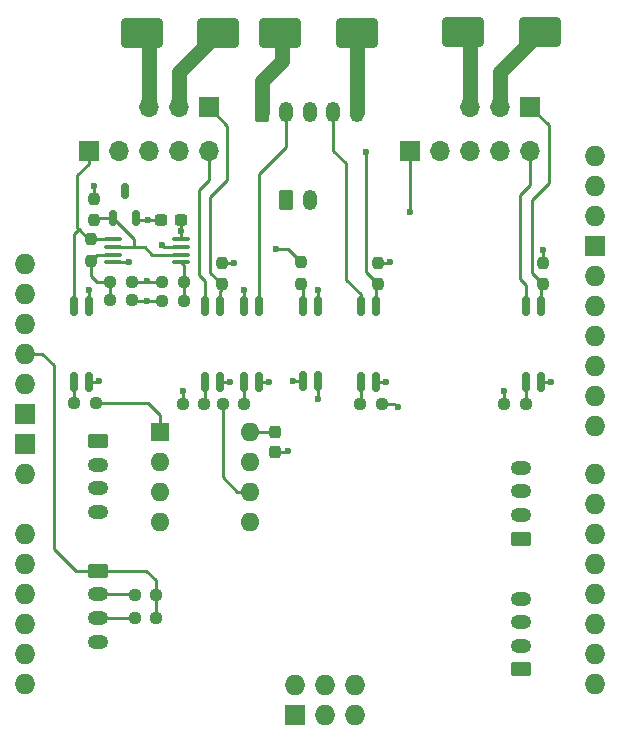
<source format=gtl>
G04 #@! TF.GenerationSoftware,KiCad,Pcbnew,7.0.0*
G04 #@! TF.CreationDate,2023-03-01T21:53:21-08:00*
G04 #@! TF.ProjectId,KYBERNETES-CHASSIS-SHIELD,4b594245-524e-4455-9445-532d43484153,rev?*
G04 #@! TF.SameCoordinates,Original*
G04 #@! TF.FileFunction,Copper,L1,Top*
G04 #@! TF.FilePolarity,Positive*
%FSLAX46Y46*%
G04 Gerber Fmt 4.6, Leading zero omitted, Abs format (unit mm)*
G04 Created by KiCad (PCBNEW 7.0.0) date 2023-03-01 21:53:21*
%MOMM*%
%LPD*%
G01*
G04 APERTURE LIST*
G04 Aperture macros list*
%AMRoundRect*
0 Rectangle with rounded corners*
0 $1 Rounding radius*
0 $2 $3 $4 $5 $6 $7 $8 $9 X,Y pos of 4 corners*
0 Add a 4 corners polygon primitive as box body*
4,1,4,$2,$3,$4,$5,$6,$7,$8,$9,$2,$3,0*
0 Add four circle primitives for the rounded corners*
1,1,$1+$1,$2,$3*
1,1,$1+$1,$4,$5*
1,1,$1+$1,$6,$7*
1,1,$1+$1,$8,$9*
0 Add four rect primitives between the rounded corners*
20,1,$1+$1,$2,$3,$4,$5,0*
20,1,$1+$1,$4,$5,$6,$7,0*
20,1,$1+$1,$6,$7,$8,$9,0*
20,1,$1+$1,$8,$9,$2,$3,0*%
G04 Aperture macros list end*
G04 #@! TA.AperFunction,SMDPad,CuDef*
%ADD10RoundRect,0.150000X0.150000X-0.662500X0.150000X0.662500X-0.150000X0.662500X-0.150000X-0.662500X0*%
G04 #@! TD*
G04 #@! TA.AperFunction,SMDPad,CuDef*
%ADD11RoundRect,0.237500X0.250000X0.237500X-0.250000X0.237500X-0.250000X-0.237500X0.250000X-0.237500X0*%
G04 #@! TD*
G04 #@! TA.AperFunction,SMDPad,CuDef*
%ADD12RoundRect,0.237500X-0.250000X-0.237500X0.250000X-0.237500X0.250000X0.237500X-0.250000X0.237500X0*%
G04 #@! TD*
G04 #@! TA.AperFunction,SMDPad,CuDef*
%ADD13RoundRect,0.237500X-0.237500X0.250000X-0.237500X-0.250000X0.237500X-0.250000X0.237500X0.250000X0*%
G04 #@! TD*
G04 #@! TA.AperFunction,SMDPad,CuDef*
%ADD14RoundRect,0.237500X0.237500X-0.250000X0.237500X0.250000X-0.237500X0.250000X-0.237500X-0.250000X0*%
G04 #@! TD*
G04 #@! TA.AperFunction,SMDPad,CuDef*
%ADD15RoundRect,0.250000X1.500000X1.000000X-1.500000X1.000000X-1.500000X-1.000000X1.500000X-1.000000X0*%
G04 #@! TD*
G04 #@! TA.AperFunction,SMDPad,CuDef*
%ADD16RoundRect,0.237500X-0.237500X0.300000X-0.237500X-0.300000X0.237500X-0.300000X0.237500X0.300000X0*%
G04 #@! TD*
G04 #@! TA.AperFunction,ComponentPad*
%ADD17R,1.600000X1.600000*%
G04 #@! TD*
G04 #@! TA.AperFunction,ComponentPad*
%ADD18O,1.600000X1.600000*%
G04 #@! TD*
G04 #@! TA.AperFunction,ComponentPad*
%ADD19R,1.700000X1.700000*%
G04 #@! TD*
G04 #@! TA.AperFunction,ComponentPad*
%ADD20O,1.700000X1.700000*%
G04 #@! TD*
G04 #@! TA.AperFunction,ComponentPad*
%ADD21RoundRect,0.250000X0.625000X-0.350000X0.625000X0.350000X-0.625000X0.350000X-0.625000X-0.350000X0*%
G04 #@! TD*
G04 #@! TA.AperFunction,ComponentPad*
%ADD22O,1.750000X1.200000*%
G04 #@! TD*
G04 #@! TA.AperFunction,SMDPad,CuDef*
%ADD23RoundRect,0.150000X-0.150000X0.662500X-0.150000X-0.662500X0.150000X-0.662500X0.150000X0.662500X0*%
G04 #@! TD*
G04 #@! TA.AperFunction,SMDPad,CuDef*
%ADD24RoundRect,0.237500X0.300000X0.237500X-0.300000X0.237500X-0.300000X-0.237500X0.300000X-0.237500X0*%
G04 #@! TD*
G04 #@! TA.AperFunction,ComponentPad*
%ADD25RoundRect,0.250000X-0.625000X0.350000X-0.625000X-0.350000X0.625000X-0.350000X0.625000X0.350000X0*%
G04 #@! TD*
G04 #@! TA.AperFunction,ComponentPad*
%ADD26O,1.727200X1.727200*%
G04 #@! TD*
G04 #@! TA.AperFunction,ComponentPad*
%ADD27R,1.727200X1.727200*%
G04 #@! TD*
G04 #@! TA.AperFunction,SMDPad,CuDef*
%ADD28RoundRect,0.250000X-1.500000X-1.000000X1.500000X-1.000000X1.500000X1.000000X-1.500000X1.000000X0*%
G04 #@! TD*
G04 #@! TA.AperFunction,ComponentPad*
%ADD29RoundRect,0.250000X-0.350000X-0.625000X0.350000X-0.625000X0.350000X0.625000X-0.350000X0.625000X0*%
G04 #@! TD*
G04 #@! TA.AperFunction,ComponentPad*
%ADD30O,1.200000X1.750000*%
G04 #@! TD*
G04 #@! TA.AperFunction,SMDPad,CuDef*
%ADD31RoundRect,0.150000X0.150000X-0.512500X0.150000X0.512500X-0.150000X0.512500X-0.150000X-0.512500X0*%
G04 #@! TD*
G04 #@! TA.AperFunction,SMDPad,CuDef*
%ADD32RoundRect,0.100000X-0.637500X-0.100000X0.637500X-0.100000X0.637500X0.100000X-0.637500X0.100000X0*%
G04 #@! TD*
G04 #@! TA.AperFunction,ViaPad*
%ADD33C,0.600000*%
G04 #@! TD*
G04 #@! TA.AperFunction,Conductor*
%ADD34C,0.254000*%
G04 #@! TD*
G04 #@! TA.AperFunction,Conductor*
%ADD35C,1.270000*%
G04 #@! TD*
G04 APERTURE END LIST*
D10*
X146205000Y-100812500D03*
X147475000Y-100812500D03*
X147475000Y-94437500D03*
X146205000Y-94437500D03*
D11*
X157900000Y-102675000D03*
X156075000Y-102675000D03*
D12*
X168250000Y-102675000D03*
X170075000Y-102675000D03*
D13*
X133550000Y-85325000D03*
X133550000Y-87150000D03*
D11*
X141125000Y-92375000D03*
X139300000Y-92375000D03*
D12*
X144400000Y-102675000D03*
X146225000Y-102675000D03*
D11*
X138775000Y-118850000D03*
X136950000Y-118850000D03*
D14*
X133300000Y-90565000D03*
X133300000Y-88740000D03*
D15*
X171270000Y-71240000D03*
X164770000Y-71240000D03*
D16*
X148850000Y-105060000D03*
X148850000Y-106785000D03*
D17*
X139129999Y-105054999D03*
D18*
X139129999Y-107594999D03*
X139129999Y-110134999D03*
X139129999Y-112674999D03*
X146749999Y-112674999D03*
X146749999Y-110134999D03*
X146749999Y-107594999D03*
X146749999Y-105054999D03*
D19*
X143249999Y-77575118D03*
D20*
X140709999Y-77575118D03*
X138169999Y-77575118D03*
D11*
X136700000Y-93925000D03*
X134875000Y-93925000D03*
D21*
X169650000Y-114100000D03*
D22*
X169649999Y-112099999D03*
X169649999Y-110099999D03*
X169649999Y-108099999D03*
D21*
X169650000Y-125175000D03*
D22*
X169649999Y-123174999D03*
X169649999Y-121174999D03*
X169649999Y-119174999D03*
D23*
X152475000Y-94412500D03*
X151205000Y-94412500D03*
X151205000Y-100787500D03*
X152475000Y-100787500D03*
D10*
X131855000Y-100812500D03*
X133125000Y-100812500D03*
X133125000Y-94437500D03*
X131855000Y-94437500D03*
D24*
X140875000Y-87150000D03*
X139150000Y-87150000D03*
D25*
X133875000Y-116825000D03*
D22*
X133874999Y-118824999D03*
X133874999Y-120824999D03*
X133874999Y-122824999D03*
D26*
X127669999Y-90819880D03*
X127669999Y-98439880D03*
X127669999Y-100979880D03*
X155609999Y-129046880D03*
X127669999Y-113679880D03*
X127669999Y-116219880D03*
X127669999Y-118759880D03*
X127669999Y-121299880D03*
X127669999Y-123839880D03*
X127669999Y-126379880D03*
X175929999Y-86755880D03*
X175929999Y-126379880D03*
X175929999Y-123839880D03*
X175929999Y-121299880D03*
X175929999Y-118759880D03*
X175929999Y-116219880D03*
X175929999Y-113679880D03*
X175929999Y-111139880D03*
X175929999Y-108599880D03*
X175929999Y-104535880D03*
X175929999Y-101995880D03*
X175929999Y-99455880D03*
X175929999Y-96915880D03*
X175929999Y-94375880D03*
X175929999Y-91835880D03*
D27*
X175929999Y-89295880D03*
X127669999Y-103519880D03*
X127669999Y-106059880D03*
X150529999Y-129046880D03*
D26*
X127669999Y-93359880D03*
X155609999Y-126506880D03*
X153069999Y-129046880D03*
X127669999Y-95899880D03*
X150529999Y-126506880D03*
X153069999Y-126506880D03*
X175929999Y-81675880D03*
X175929999Y-84215880D03*
X127669999Y-108599880D03*
D28*
X149280000Y-71280000D03*
X155780000Y-71280000D03*
D11*
X138775000Y-120825000D03*
X136950000Y-120825000D03*
D12*
X139300000Y-93950000D03*
X141125000Y-93950000D03*
D29*
X147775000Y-77950000D03*
D30*
X149774999Y-77949999D03*
X151774999Y-77949999D03*
X153774999Y-77949999D03*
X155774999Y-77949999D03*
D10*
X156080000Y-100812500D03*
X157350000Y-100812500D03*
X157350000Y-94437500D03*
X156080000Y-94437500D03*
D29*
X149775000Y-85450000D03*
D30*
X151774999Y-85449999D03*
D19*
X133089999Y-81275118D03*
D20*
X135629999Y-81275118D03*
X138169999Y-81275118D03*
X140709999Y-81275118D03*
X143249999Y-81275118D03*
D14*
X144325000Y-92562500D03*
X144325000Y-90737500D03*
D31*
X135150000Y-86975000D03*
X137050000Y-86975000D03*
X136100000Y-84700000D03*
D19*
X160309999Y-81250118D03*
D20*
X162849999Y-81250118D03*
X165389999Y-81250118D03*
X167929999Y-81250118D03*
X170469999Y-81250118D03*
D15*
X144050000Y-71290000D03*
X137550000Y-71290000D03*
D32*
X135137500Y-88775000D03*
X135137500Y-89425000D03*
X135137500Y-90075000D03*
X135137500Y-90725000D03*
X140862500Y-90725000D03*
X140862500Y-90075000D03*
X140862500Y-89425000D03*
X140862500Y-88775000D03*
D11*
X133675000Y-102650000D03*
X131850000Y-102650000D03*
D14*
X171525000Y-92562500D03*
X171525000Y-90737500D03*
D12*
X141025000Y-102675000D03*
X142850000Y-102675000D03*
X134875000Y-92350000D03*
X136700000Y-92350000D03*
D10*
X142880000Y-100812500D03*
X144150000Y-100812500D03*
X144150000Y-94437500D03*
X142880000Y-94437500D03*
D25*
X133875000Y-105860000D03*
D22*
X133874999Y-107859999D03*
X133874999Y-109859999D03*
X133874999Y-111859999D03*
D10*
X170080000Y-100812500D03*
X171350000Y-100812500D03*
X171350000Y-94437500D03*
X170080000Y-94437500D03*
D19*
X170464999Y-77550118D03*
D20*
X167924999Y-77550118D03*
X165384999Y-77550118D03*
D13*
X151025000Y-90725000D03*
X151025000Y-92550000D03*
D14*
X157530000Y-92562500D03*
X157530000Y-90737500D03*
D33*
X160300000Y-86430000D03*
X138025000Y-93950000D03*
X146200000Y-93050000D03*
X140875000Y-88100000D03*
X152475000Y-93050000D03*
X133550000Y-84275000D03*
X133125000Y-93075000D03*
X158600000Y-90725000D03*
X136440000Y-90720000D03*
X145375000Y-90750000D03*
X171525000Y-89650000D03*
X138050000Y-87150000D03*
X138025000Y-92325000D03*
X156521250Y-81371250D03*
X139250000Y-89250000D03*
X148900000Y-89600000D03*
X149900000Y-106675000D03*
X145050000Y-100825000D03*
X158200000Y-100825000D03*
X133975000Y-100800000D03*
X150325000Y-100800000D03*
X172225000Y-100825000D03*
X148325000Y-100825000D03*
X152475000Y-102300000D03*
X159250000Y-102975000D03*
X141025000Y-101625000D03*
X168250000Y-101625000D03*
D34*
X146750000Y-105055000D02*
X148845000Y-105055000D01*
X130125000Y-114975000D02*
X130125000Y-99425000D01*
X138775000Y-117650000D02*
X138775000Y-118850000D01*
X129139881Y-98439881D02*
X127670000Y-98439881D01*
X133875000Y-116825000D02*
X131975000Y-116825000D01*
X130125000Y-99425000D02*
X129139881Y-98439881D01*
X138775000Y-120825000D02*
X138775000Y-118850000D01*
X131975000Y-116825000D02*
X130125000Y-114975000D01*
X137950000Y-116825000D02*
X138775000Y-117650000D01*
X133875000Y-116825000D02*
X137950000Y-116825000D01*
X133875000Y-118825000D02*
X136925000Y-118825000D01*
X133875000Y-120825000D02*
X136950000Y-120825000D01*
X156080000Y-93430000D02*
X154862500Y-92212500D01*
X154862500Y-82337500D02*
X153775000Y-81250000D01*
X153775000Y-81250000D02*
X153775000Y-77950000D01*
X154862500Y-92212500D02*
X154862500Y-82337500D01*
X156080000Y-94437500D02*
X156080000Y-93430000D01*
X160300000Y-86430000D02*
X160310000Y-86420000D01*
X160310000Y-86420000D02*
X160310000Y-81250119D01*
X132100000Y-83350000D02*
X132100000Y-87800000D01*
X132015000Y-88125000D02*
X132220000Y-87920000D01*
X133090000Y-81275119D02*
X133090000Y-82360000D01*
X131855000Y-88285000D02*
X132015000Y-88125000D01*
X131850000Y-88290000D02*
X132015000Y-88125000D01*
X135137500Y-88775000D02*
X133335000Y-88775000D01*
X131855000Y-94437500D02*
X131855000Y-88285000D01*
X133335000Y-88775000D02*
X133300000Y-88740000D01*
X133090000Y-82360000D02*
X132100000Y-83350000D01*
X132220000Y-87920000D02*
X133040000Y-88740000D01*
X133040000Y-88740000D02*
X133300000Y-88740000D01*
X132100000Y-87800000D02*
X132220000Y-87920000D01*
X146750000Y-110135000D02*
X146740000Y-110125000D01*
X144400000Y-108925000D02*
X144400000Y-102675000D01*
X146740000Y-110125000D02*
X145600000Y-110125000D01*
X145600000Y-110125000D02*
X144400000Y-108925000D01*
X139130000Y-103655000D02*
X138125000Y-102650000D01*
X138125000Y-102650000D02*
X133675000Y-102650000D01*
X139130000Y-105055000D02*
X139130000Y-103655000D01*
D35*
X147785000Y-75395000D02*
X147785000Y-75305000D01*
X147785000Y-75305000D02*
X149390000Y-73700000D01*
D34*
X146205000Y-93055000D02*
X146200000Y-93050000D01*
D35*
X147775000Y-77950000D02*
X147775000Y-75395000D01*
D34*
X146205000Y-94437500D02*
X146205000Y-93055000D01*
D35*
X149390000Y-73700000D02*
X149390000Y-71390000D01*
D34*
X136725000Y-93950000D02*
X136700000Y-93925000D01*
D35*
X147775000Y-75395000D02*
X147785000Y-75395000D01*
D34*
X138025000Y-93950000D02*
X136725000Y-93950000D01*
X139300000Y-93950000D02*
X138025000Y-93950000D01*
X152475000Y-94412500D02*
X152475000Y-93050000D01*
X133550000Y-85325000D02*
X133550000Y-84275000D01*
X140875000Y-88762500D02*
X140862500Y-88775000D01*
X140875000Y-88100000D02*
X140875000Y-88762500D01*
X140875000Y-87150000D02*
X140875000Y-88100000D01*
D35*
X149390000Y-71390000D02*
X149280000Y-71280000D01*
X155775000Y-71285000D02*
X155780000Y-71280000D01*
D34*
X138050000Y-87150000D02*
X137225000Y-87150000D01*
X138025000Y-92325000D02*
X138050000Y-92350000D01*
X136700000Y-92350000D02*
X138000000Y-92350000D01*
X136435000Y-90725000D02*
X136440000Y-90720000D01*
X139150000Y-87150000D02*
X138050000Y-87150000D01*
X137225000Y-87150000D02*
X137050000Y-86975000D01*
X133125000Y-94437500D02*
X133125000Y-93075000D01*
X171525000Y-90737500D02*
X171525000Y-89650000D01*
X138000000Y-92350000D02*
X138025000Y-92325000D01*
X135137500Y-90725000D02*
X136435000Y-90725000D01*
D35*
X138170000Y-71910000D02*
X137550000Y-71290000D01*
X165385000Y-77550119D02*
X165385000Y-71855000D01*
D34*
X144325000Y-90737500D02*
X145362500Y-90737500D01*
X157530000Y-90737500D02*
X158587500Y-90737500D01*
X158587500Y-90737500D02*
X158600000Y-90725000D01*
D35*
X165385000Y-71855000D02*
X164770000Y-71240000D01*
D34*
X139275000Y-92350000D02*
X139300000Y-92375000D01*
D35*
X138170000Y-77575119D02*
X138170000Y-71910000D01*
D34*
X145362500Y-90737500D02*
X145375000Y-90750000D01*
X138050000Y-92350000D02*
X139275000Y-92350000D01*
D35*
X155775000Y-77950000D02*
X155775000Y-71285000D01*
D34*
X147475000Y-88225000D02*
X147475000Y-94437500D01*
X147475000Y-88225000D02*
X147475000Y-83270000D01*
X147475000Y-83270000D02*
X149775000Y-80970000D01*
X149775000Y-77950000D02*
X149775000Y-80970000D01*
X156521250Y-91553750D02*
X157530000Y-92562500D01*
X157350000Y-94437500D02*
X157350000Y-92742500D01*
X156521250Y-91553750D02*
X156521250Y-81371250D01*
X157350000Y-92742500D02*
X157530000Y-92562500D01*
X141125000Y-92375000D02*
X141125000Y-90987500D01*
X141125000Y-93950000D02*
X141125000Y-92375000D01*
X141125000Y-90987500D02*
X140862500Y-90725000D01*
X133790000Y-90075000D02*
X135137500Y-90075000D01*
X133300000Y-90565000D02*
X133300000Y-91880000D01*
X133770000Y-92350000D02*
X134875000Y-92350000D01*
X133300000Y-90565000D02*
X133790000Y-90075000D01*
X133300000Y-91880000D02*
X133770000Y-92350000D01*
X134875000Y-93925000D02*
X134875000Y-92350000D01*
X138450000Y-90075000D02*
X140862500Y-90075000D01*
X133725000Y-86975000D02*
X133550000Y-87150000D01*
X135150000Y-86975000D02*
X133725000Y-86975000D01*
X137800000Y-89425000D02*
X138450000Y-90075000D01*
X136900000Y-89425000D02*
X136900000Y-88725000D01*
X135137500Y-89425000D02*
X136900000Y-89425000D01*
X136900000Y-89425000D02*
X137800000Y-89425000D01*
X136900000Y-88725000D02*
X135150000Y-86975000D01*
X151025000Y-90725000D02*
X149904000Y-89604000D01*
X140862500Y-89425000D02*
X139425000Y-89425000D01*
X149904000Y-89604000D02*
X148904000Y-89604000D01*
X139425000Y-89425000D02*
X139250000Y-89250000D01*
X148904000Y-89604000D02*
X148900000Y-89600000D01*
X151205000Y-94412500D02*
X151205000Y-92730000D01*
X151205000Y-92730000D02*
X151025000Y-92550000D01*
X133125000Y-100812500D02*
X133962500Y-100812500D01*
X157350000Y-100812500D02*
X158187500Y-100812500D01*
X150337500Y-100787500D02*
X150325000Y-100800000D01*
X145037500Y-100812500D02*
X145050000Y-100825000D01*
X133962500Y-100812500D02*
X133975000Y-100800000D01*
X171350000Y-100812500D02*
X172212500Y-100812500D01*
X148850000Y-106785000D02*
X149900000Y-106785000D01*
X172212500Y-100812500D02*
X172225000Y-100825000D01*
X158187500Y-100812500D02*
X158200000Y-100825000D01*
X144150000Y-100812500D02*
X145037500Y-100812500D01*
X148312500Y-100812500D02*
X148325000Y-100825000D01*
X147475000Y-100812500D02*
X148312500Y-100812500D01*
X151205000Y-100787500D02*
X150337500Y-100787500D01*
X152475000Y-100787500D02*
X152475000Y-102300000D01*
X157900000Y-102675000D02*
X158950000Y-102675000D01*
X158950000Y-102675000D02*
X159250000Y-102975000D01*
X156080000Y-102670000D02*
X156075000Y-102675000D01*
X156080000Y-100812500D02*
X156080000Y-102670000D01*
X141025000Y-102675000D02*
X141025000Y-101625000D01*
X168250000Y-102675000D02*
X168250000Y-101625000D01*
X170080000Y-102670000D02*
X170075000Y-102675000D01*
X170080000Y-100812500D02*
X170080000Y-102670000D01*
X143368750Y-85168690D02*
X144812441Y-83725000D01*
X144812441Y-83725000D02*
X144812441Y-79137559D01*
X144325000Y-92562500D02*
X143368750Y-91606250D01*
X144150000Y-93150000D02*
X144150000Y-94437500D01*
X144812441Y-79137559D02*
X143250000Y-77575119D01*
X144325000Y-92562500D02*
X144325000Y-92975000D01*
X143368750Y-91606250D02*
X143368750Y-85168690D01*
X144325000Y-92975000D02*
X144150000Y-93150000D01*
X142880000Y-92305000D02*
X142375000Y-91800000D01*
D35*
X140710000Y-77575119D02*
X140710000Y-74630000D01*
D34*
X142375000Y-91800000D02*
X142375000Y-84600000D01*
X142375000Y-84600000D02*
X143250000Y-83725000D01*
X142880000Y-94437500D02*
X142880000Y-92305000D01*
X143250000Y-83725000D02*
X143250000Y-81275119D01*
D35*
X140710000Y-74630000D02*
X144050000Y-71290000D01*
D34*
X170606250Y-85393750D02*
X172000000Y-84000000D01*
X171350000Y-94437500D02*
X171350000Y-92737500D01*
X172000000Y-84000000D02*
X172000000Y-79085119D01*
X171525000Y-92562500D02*
X170606250Y-91643750D01*
X170606250Y-91643750D02*
X170606250Y-85393750D01*
X172000000Y-79085119D02*
X170465000Y-77550119D01*
X170470000Y-84125000D02*
X169575000Y-85020000D01*
D35*
X167925000Y-74585000D02*
X171270000Y-71240000D01*
D34*
X170470000Y-81250119D02*
X170470000Y-84125000D01*
D35*
X167925000Y-77550119D02*
X167925000Y-74585000D01*
D34*
X170080000Y-94437500D02*
X170080000Y-92662500D01*
X169575000Y-85020000D02*
X169575000Y-92162500D01*
X169575000Y-92162500D02*
X170075000Y-92662500D01*
X142880000Y-102645000D02*
X142850000Y-102675000D01*
X142880000Y-100812500D02*
X142880000Y-102645000D01*
X131855000Y-102645000D02*
X131850000Y-102650000D01*
X131855000Y-100812500D02*
X131855000Y-102645000D01*
X146205000Y-100812500D02*
X146205000Y-102655000D01*
X146205000Y-102655000D02*
X146225000Y-102675000D01*
M02*

</source>
